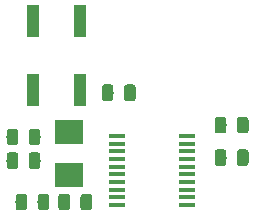
<source format=gbr>
G04 #@! TF.GenerationSoftware,KiCad,Pcbnew,5.1.2*
G04 #@! TF.CreationDate,2019-05-06T18:14:36-05:00*
G04 #@! TF.ProjectId,STM32F030Minimal,53544d33-3246-4303-9330-4d696e696d61,rev?*
G04 #@! TF.SameCoordinates,Original*
G04 #@! TF.FileFunction,Paste,Top*
G04 #@! TF.FilePolarity,Positive*
%FSLAX46Y46*%
G04 Gerber Fmt 4.6, Leading zero omitted, Abs format (unit mm)*
G04 Created by KiCad (PCBNEW 5.1.2) date 2019-05-06 18:14:36*
%MOMM*%
%LPD*%
G04 APERTURE LIST*
%ADD10C,0.100000*%
%ADD11C,0.975000*%
%ADD12R,1.000000X2.800000*%
%ADD13R,1.450000X0.450000*%
%ADD14R,2.400000X2.000000*%
G04 APERTURE END LIST*
D10*
G36*
X150267642Y-67301174D02*
G01*
X150291303Y-67304684D01*
X150314507Y-67310496D01*
X150337029Y-67318554D01*
X150358653Y-67328782D01*
X150379170Y-67341079D01*
X150398383Y-67355329D01*
X150416107Y-67371393D01*
X150432171Y-67389117D01*
X150446421Y-67408330D01*
X150458718Y-67428847D01*
X150468946Y-67450471D01*
X150477004Y-67472993D01*
X150482816Y-67496197D01*
X150486326Y-67519858D01*
X150487500Y-67543750D01*
X150487500Y-68456250D01*
X150486326Y-68480142D01*
X150482816Y-68503803D01*
X150477004Y-68527007D01*
X150468946Y-68549529D01*
X150458718Y-68571153D01*
X150446421Y-68591670D01*
X150432171Y-68610883D01*
X150416107Y-68628607D01*
X150398383Y-68644671D01*
X150379170Y-68658921D01*
X150358653Y-68671218D01*
X150337029Y-68681446D01*
X150314507Y-68689504D01*
X150291303Y-68695316D01*
X150267642Y-68698826D01*
X150243750Y-68700000D01*
X149756250Y-68700000D01*
X149732358Y-68698826D01*
X149708697Y-68695316D01*
X149685493Y-68689504D01*
X149662971Y-68681446D01*
X149641347Y-68671218D01*
X149620830Y-68658921D01*
X149601617Y-68644671D01*
X149583893Y-68628607D01*
X149567829Y-68610883D01*
X149553579Y-68591670D01*
X149541282Y-68571153D01*
X149531054Y-68549529D01*
X149522996Y-68527007D01*
X149517184Y-68503803D01*
X149513674Y-68480142D01*
X149512500Y-68456250D01*
X149512500Y-67543750D01*
X149513674Y-67519858D01*
X149517184Y-67496197D01*
X149522996Y-67472993D01*
X149531054Y-67450471D01*
X149541282Y-67428847D01*
X149553579Y-67408330D01*
X149567829Y-67389117D01*
X149583893Y-67371393D01*
X149601617Y-67355329D01*
X149620830Y-67341079D01*
X149641347Y-67328782D01*
X149662971Y-67318554D01*
X149685493Y-67310496D01*
X149708697Y-67304684D01*
X149732358Y-67301174D01*
X149756250Y-67300000D01*
X150243750Y-67300000D01*
X150267642Y-67301174D01*
X150267642Y-67301174D01*
G37*
D11*
X150000000Y-68000000D03*
D10*
G36*
X152142642Y-67301174D02*
G01*
X152166303Y-67304684D01*
X152189507Y-67310496D01*
X152212029Y-67318554D01*
X152233653Y-67328782D01*
X152254170Y-67341079D01*
X152273383Y-67355329D01*
X152291107Y-67371393D01*
X152307171Y-67389117D01*
X152321421Y-67408330D01*
X152333718Y-67428847D01*
X152343946Y-67450471D01*
X152352004Y-67472993D01*
X152357816Y-67496197D01*
X152361326Y-67519858D01*
X152362500Y-67543750D01*
X152362500Y-68456250D01*
X152361326Y-68480142D01*
X152357816Y-68503803D01*
X152352004Y-68527007D01*
X152343946Y-68549529D01*
X152333718Y-68571153D01*
X152321421Y-68591670D01*
X152307171Y-68610883D01*
X152291107Y-68628607D01*
X152273383Y-68644671D01*
X152254170Y-68658921D01*
X152233653Y-68671218D01*
X152212029Y-68681446D01*
X152189507Y-68689504D01*
X152166303Y-68695316D01*
X152142642Y-68698826D01*
X152118750Y-68700000D01*
X151631250Y-68700000D01*
X151607358Y-68698826D01*
X151583697Y-68695316D01*
X151560493Y-68689504D01*
X151537971Y-68681446D01*
X151516347Y-68671218D01*
X151495830Y-68658921D01*
X151476617Y-68644671D01*
X151458893Y-68628607D01*
X151442829Y-68610883D01*
X151428579Y-68591670D01*
X151416282Y-68571153D01*
X151406054Y-68549529D01*
X151397996Y-68527007D01*
X151392184Y-68503803D01*
X151388674Y-68480142D01*
X151387500Y-68456250D01*
X151387500Y-67543750D01*
X151388674Y-67519858D01*
X151392184Y-67496197D01*
X151397996Y-67472993D01*
X151406054Y-67450471D01*
X151416282Y-67428847D01*
X151428579Y-67408330D01*
X151442829Y-67389117D01*
X151458893Y-67371393D01*
X151476617Y-67355329D01*
X151495830Y-67341079D01*
X151516347Y-67328782D01*
X151537971Y-67318554D01*
X151560493Y-67310496D01*
X151583697Y-67304684D01*
X151607358Y-67301174D01*
X151631250Y-67300000D01*
X152118750Y-67300000D01*
X152142642Y-67301174D01*
X152142642Y-67301174D01*
G37*
D11*
X151875000Y-68000000D03*
D10*
G36*
X152142642Y-69301174D02*
G01*
X152166303Y-69304684D01*
X152189507Y-69310496D01*
X152212029Y-69318554D01*
X152233653Y-69328782D01*
X152254170Y-69341079D01*
X152273383Y-69355329D01*
X152291107Y-69371393D01*
X152307171Y-69389117D01*
X152321421Y-69408330D01*
X152333718Y-69428847D01*
X152343946Y-69450471D01*
X152352004Y-69472993D01*
X152357816Y-69496197D01*
X152361326Y-69519858D01*
X152362500Y-69543750D01*
X152362500Y-70456250D01*
X152361326Y-70480142D01*
X152357816Y-70503803D01*
X152352004Y-70527007D01*
X152343946Y-70549529D01*
X152333718Y-70571153D01*
X152321421Y-70591670D01*
X152307171Y-70610883D01*
X152291107Y-70628607D01*
X152273383Y-70644671D01*
X152254170Y-70658921D01*
X152233653Y-70671218D01*
X152212029Y-70681446D01*
X152189507Y-70689504D01*
X152166303Y-70695316D01*
X152142642Y-70698826D01*
X152118750Y-70700000D01*
X151631250Y-70700000D01*
X151607358Y-70698826D01*
X151583697Y-70695316D01*
X151560493Y-70689504D01*
X151537971Y-70681446D01*
X151516347Y-70671218D01*
X151495830Y-70658921D01*
X151476617Y-70644671D01*
X151458893Y-70628607D01*
X151442829Y-70610883D01*
X151428579Y-70591670D01*
X151416282Y-70571153D01*
X151406054Y-70549529D01*
X151397996Y-70527007D01*
X151392184Y-70503803D01*
X151388674Y-70480142D01*
X151387500Y-70456250D01*
X151387500Y-69543750D01*
X151388674Y-69519858D01*
X151392184Y-69496197D01*
X151397996Y-69472993D01*
X151406054Y-69450471D01*
X151416282Y-69428847D01*
X151428579Y-69408330D01*
X151442829Y-69389117D01*
X151458893Y-69371393D01*
X151476617Y-69355329D01*
X151495830Y-69341079D01*
X151516347Y-69328782D01*
X151537971Y-69318554D01*
X151560493Y-69310496D01*
X151583697Y-69304684D01*
X151607358Y-69301174D01*
X151631250Y-69300000D01*
X152118750Y-69300000D01*
X152142642Y-69301174D01*
X152142642Y-69301174D01*
G37*
D11*
X151875000Y-70000000D03*
D10*
G36*
X150267642Y-69301174D02*
G01*
X150291303Y-69304684D01*
X150314507Y-69310496D01*
X150337029Y-69318554D01*
X150358653Y-69328782D01*
X150379170Y-69341079D01*
X150398383Y-69355329D01*
X150416107Y-69371393D01*
X150432171Y-69389117D01*
X150446421Y-69408330D01*
X150458718Y-69428847D01*
X150468946Y-69450471D01*
X150477004Y-69472993D01*
X150482816Y-69496197D01*
X150486326Y-69519858D01*
X150487500Y-69543750D01*
X150487500Y-70456250D01*
X150486326Y-70480142D01*
X150482816Y-70503803D01*
X150477004Y-70527007D01*
X150468946Y-70549529D01*
X150458718Y-70571153D01*
X150446421Y-70591670D01*
X150432171Y-70610883D01*
X150416107Y-70628607D01*
X150398383Y-70644671D01*
X150379170Y-70658921D01*
X150358653Y-70671218D01*
X150337029Y-70681446D01*
X150314507Y-70689504D01*
X150291303Y-70695316D01*
X150267642Y-70698826D01*
X150243750Y-70700000D01*
X149756250Y-70700000D01*
X149732358Y-70698826D01*
X149708697Y-70695316D01*
X149685493Y-70689504D01*
X149662971Y-70681446D01*
X149641347Y-70671218D01*
X149620830Y-70658921D01*
X149601617Y-70644671D01*
X149583893Y-70628607D01*
X149567829Y-70610883D01*
X149553579Y-70591670D01*
X149541282Y-70571153D01*
X149531054Y-70549529D01*
X149522996Y-70527007D01*
X149517184Y-70503803D01*
X149513674Y-70480142D01*
X149512500Y-70456250D01*
X149512500Y-69543750D01*
X149513674Y-69519858D01*
X149517184Y-69496197D01*
X149522996Y-69472993D01*
X149531054Y-69450471D01*
X149541282Y-69428847D01*
X149553579Y-69408330D01*
X149567829Y-69389117D01*
X149583893Y-69371393D01*
X149601617Y-69355329D01*
X149620830Y-69341079D01*
X149641347Y-69328782D01*
X149662971Y-69318554D01*
X149685493Y-69310496D01*
X149708697Y-69304684D01*
X149732358Y-69301174D01*
X149756250Y-69300000D01*
X150243750Y-69300000D01*
X150267642Y-69301174D01*
X150267642Y-69301174D01*
G37*
D11*
X150000000Y-70000000D03*
D10*
G36*
X160205142Y-63551174D02*
G01*
X160228803Y-63554684D01*
X160252007Y-63560496D01*
X160274529Y-63568554D01*
X160296153Y-63578782D01*
X160316670Y-63591079D01*
X160335883Y-63605329D01*
X160353607Y-63621393D01*
X160369671Y-63639117D01*
X160383921Y-63658330D01*
X160396218Y-63678847D01*
X160406446Y-63700471D01*
X160414504Y-63722993D01*
X160420316Y-63746197D01*
X160423826Y-63769858D01*
X160425000Y-63793750D01*
X160425000Y-64706250D01*
X160423826Y-64730142D01*
X160420316Y-64753803D01*
X160414504Y-64777007D01*
X160406446Y-64799529D01*
X160396218Y-64821153D01*
X160383921Y-64841670D01*
X160369671Y-64860883D01*
X160353607Y-64878607D01*
X160335883Y-64894671D01*
X160316670Y-64908921D01*
X160296153Y-64921218D01*
X160274529Y-64931446D01*
X160252007Y-64939504D01*
X160228803Y-64945316D01*
X160205142Y-64948826D01*
X160181250Y-64950000D01*
X159693750Y-64950000D01*
X159669858Y-64948826D01*
X159646197Y-64945316D01*
X159622993Y-64939504D01*
X159600471Y-64931446D01*
X159578847Y-64921218D01*
X159558330Y-64908921D01*
X159539117Y-64894671D01*
X159521393Y-64878607D01*
X159505329Y-64860883D01*
X159491079Y-64841670D01*
X159478782Y-64821153D01*
X159468554Y-64799529D01*
X159460496Y-64777007D01*
X159454684Y-64753803D01*
X159451174Y-64730142D01*
X159450000Y-64706250D01*
X159450000Y-63793750D01*
X159451174Y-63769858D01*
X159454684Y-63746197D01*
X159460496Y-63722993D01*
X159468554Y-63700471D01*
X159478782Y-63678847D01*
X159491079Y-63658330D01*
X159505329Y-63639117D01*
X159521393Y-63621393D01*
X159539117Y-63605329D01*
X159558330Y-63591079D01*
X159578847Y-63578782D01*
X159600471Y-63568554D01*
X159622993Y-63560496D01*
X159646197Y-63554684D01*
X159669858Y-63551174D01*
X159693750Y-63550000D01*
X160181250Y-63550000D01*
X160205142Y-63551174D01*
X160205142Y-63551174D01*
G37*
D11*
X159937500Y-64250000D03*
D10*
G36*
X158330142Y-63551174D02*
G01*
X158353803Y-63554684D01*
X158377007Y-63560496D01*
X158399529Y-63568554D01*
X158421153Y-63578782D01*
X158441670Y-63591079D01*
X158460883Y-63605329D01*
X158478607Y-63621393D01*
X158494671Y-63639117D01*
X158508921Y-63658330D01*
X158521218Y-63678847D01*
X158531446Y-63700471D01*
X158539504Y-63722993D01*
X158545316Y-63746197D01*
X158548826Y-63769858D01*
X158550000Y-63793750D01*
X158550000Y-64706250D01*
X158548826Y-64730142D01*
X158545316Y-64753803D01*
X158539504Y-64777007D01*
X158531446Y-64799529D01*
X158521218Y-64821153D01*
X158508921Y-64841670D01*
X158494671Y-64860883D01*
X158478607Y-64878607D01*
X158460883Y-64894671D01*
X158441670Y-64908921D01*
X158421153Y-64921218D01*
X158399529Y-64931446D01*
X158377007Y-64939504D01*
X158353803Y-64945316D01*
X158330142Y-64948826D01*
X158306250Y-64950000D01*
X157818750Y-64950000D01*
X157794858Y-64948826D01*
X157771197Y-64945316D01*
X157747993Y-64939504D01*
X157725471Y-64931446D01*
X157703847Y-64921218D01*
X157683330Y-64908921D01*
X157664117Y-64894671D01*
X157646393Y-64878607D01*
X157630329Y-64860883D01*
X157616079Y-64841670D01*
X157603782Y-64821153D01*
X157593554Y-64799529D01*
X157585496Y-64777007D01*
X157579684Y-64753803D01*
X157576174Y-64730142D01*
X157575000Y-64706250D01*
X157575000Y-63793750D01*
X157576174Y-63769858D01*
X157579684Y-63746197D01*
X157585496Y-63722993D01*
X157593554Y-63700471D01*
X157603782Y-63678847D01*
X157616079Y-63658330D01*
X157630329Y-63639117D01*
X157646393Y-63621393D01*
X157664117Y-63605329D01*
X157683330Y-63591079D01*
X157703847Y-63578782D01*
X157725471Y-63568554D01*
X157747993Y-63560496D01*
X157771197Y-63554684D01*
X157794858Y-63551174D01*
X157818750Y-63550000D01*
X158306250Y-63550000D01*
X158330142Y-63551174D01*
X158330142Y-63551174D01*
G37*
D11*
X158062500Y-64250000D03*
D10*
G36*
X169767642Y-69051174D02*
G01*
X169791303Y-69054684D01*
X169814507Y-69060496D01*
X169837029Y-69068554D01*
X169858653Y-69078782D01*
X169879170Y-69091079D01*
X169898383Y-69105329D01*
X169916107Y-69121393D01*
X169932171Y-69139117D01*
X169946421Y-69158330D01*
X169958718Y-69178847D01*
X169968946Y-69200471D01*
X169977004Y-69222993D01*
X169982816Y-69246197D01*
X169986326Y-69269858D01*
X169987500Y-69293750D01*
X169987500Y-70206250D01*
X169986326Y-70230142D01*
X169982816Y-70253803D01*
X169977004Y-70277007D01*
X169968946Y-70299529D01*
X169958718Y-70321153D01*
X169946421Y-70341670D01*
X169932171Y-70360883D01*
X169916107Y-70378607D01*
X169898383Y-70394671D01*
X169879170Y-70408921D01*
X169858653Y-70421218D01*
X169837029Y-70431446D01*
X169814507Y-70439504D01*
X169791303Y-70445316D01*
X169767642Y-70448826D01*
X169743750Y-70450000D01*
X169256250Y-70450000D01*
X169232358Y-70448826D01*
X169208697Y-70445316D01*
X169185493Y-70439504D01*
X169162971Y-70431446D01*
X169141347Y-70421218D01*
X169120830Y-70408921D01*
X169101617Y-70394671D01*
X169083893Y-70378607D01*
X169067829Y-70360883D01*
X169053579Y-70341670D01*
X169041282Y-70321153D01*
X169031054Y-70299529D01*
X169022996Y-70277007D01*
X169017184Y-70253803D01*
X169013674Y-70230142D01*
X169012500Y-70206250D01*
X169012500Y-69293750D01*
X169013674Y-69269858D01*
X169017184Y-69246197D01*
X169022996Y-69222993D01*
X169031054Y-69200471D01*
X169041282Y-69178847D01*
X169053579Y-69158330D01*
X169067829Y-69139117D01*
X169083893Y-69121393D01*
X169101617Y-69105329D01*
X169120830Y-69091079D01*
X169141347Y-69078782D01*
X169162971Y-69068554D01*
X169185493Y-69060496D01*
X169208697Y-69054684D01*
X169232358Y-69051174D01*
X169256250Y-69050000D01*
X169743750Y-69050000D01*
X169767642Y-69051174D01*
X169767642Y-69051174D01*
G37*
D11*
X169500000Y-69750000D03*
D10*
G36*
X167892642Y-69051174D02*
G01*
X167916303Y-69054684D01*
X167939507Y-69060496D01*
X167962029Y-69068554D01*
X167983653Y-69078782D01*
X168004170Y-69091079D01*
X168023383Y-69105329D01*
X168041107Y-69121393D01*
X168057171Y-69139117D01*
X168071421Y-69158330D01*
X168083718Y-69178847D01*
X168093946Y-69200471D01*
X168102004Y-69222993D01*
X168107816Y-69246197D01*
X168111326Y-69269858D01*
X168112500Y-69293750D01*
X168112500Y-70206250D01*
X168111326Y-70230142D01*
X168107816Y-70253803D01*
X168102004Y-70277007D01*
X168093946Y-70299529D01*
X168083718Y-70321153D01*
X168071421Y-70341670D01*
X168057171Y-70360883D01*
X168041107Y-70378607D01*
X168023383Y-70394671D01*
X168004170Y-70408921D01*
X167983653Y-70421218D01*
X167962029Y-70431446D01*
X167939507Y-70439504D01*
X167916303Y-70445316D01*
X167892642Y-70448826D01*
X167868750Y-70450000D01*
X167381250Y-70450000D01*
X167357358Y-70448826D01*
X167333697Y-70445316D01*
X167310493Y-70439504D01*
X167287971Y-70431446D01*
X167266347Y-70421218D01*
X167245830Y-70408921D01*
X167226617Y-70394671D01*
X167208893Y-70378607D01*
X167192829Y-70360883D01*
X167178579Y-70341670D01*
X167166282Y-70321153D01*
X167156054Y-70299529D01*
X167147996Y-70277007D01*
X167142184Y-70253803D01*
X167138674Y-70230142D01*
X167137500Y-70206250D01*
X167137500Y-69293750D01*
X167138674Y-69269858D01*
X167142184Y-69246197D01*
X167147996Y-69222993D01*
X167156054Y-69200471D01*
X167166282Y-69178847D01*
X167178579Y-69158330D01*
X167192829Y-69139117D01*
X167208893Y-69121393D01*
X167226617Y-69105329D01*
X167245830Y-69091079D01*
X167266347Y-69078782D01*
X167287971Y-69068554D01*
X167310493Y-69060496D01*
X167333697Y-69054684D01*
X167357358Y-69051174D01*
X167381250Y-69050000D01*
X167868750Y-69050000D01*
X167892642Y-69051174D01*
X167892642Y-69051174D01*
G37*
D11*
X167625000Y-69750000D03*
D10*
G36*
X167892642Y-66301174D02*
G01*
X167916303Y-66304684D01*
X167939507Y-66310496D01*
X167962029Y-66318554D01*
X167983653Y-66328782D01*
X168004170Y-66341079D01*
X168023383Y-66355329D01*
X168041107Y-66371393D01*
X168057171Y-66389117D01*
X168071421Y-66408330D01*
X168083718Y-66428847D01*
X168093946Y-66450471D01*
X168102004Y-66472993D01*
X168107816Y-66496197D01*
X168111326Y-66519858D01*
X168112500Y-66543750D01*
X168112500Y-67456250D01*
X168111326Y-67480142D01*
X168107816Y-67503803D01*
X168102004Y-67527007D01*
X168093946Y-67549529D01*
X168083718Y-67571153D01*
X168071421Y-67591670D01*
X168057171Y-67610883D01*
X168041107Y-67628607D01*
X168023383Y-67644671D01*
X168004170Y-67658921D01*
X167983653Y-67671218D01*
X167962029Y-67681446D01*
X167939507Y-67689504D01*
X167916303Y-67695316D01*
X167892642Y-67698826D01*
X167868750Y-67700000D01*
X167381250Y-67700000D01*
X167357358Y-67698826D01*
X167333697Y-67695316D01*
X167310493Y-67689504D01*
X167287971Y-67681446D01*
X167266347Y-67671218D01*
X167245830Y-67658921D01*
X167226617Y-67644671D01*
X167208893Y-67628607D01*
X167192829Y-67610883D01*
X167178579Y-67591670D01*
X167166282Y-67571153D01*
X167156054Y-67549529D01*
X167147996Y-67527007D01*
X167142184Y-67503803D01*
X167138674Y-67480142D01*
X167137500Y-67456250D01*
X167137500Y-66543750D01*
X167138674Y-66519858D01*
X167142184Y-66496197D01*
X167147996Y-66472993D01*
X167156054Y-66450471D01*
X167166282Y-66428847D01*
X167178579Y-66408330D01*
X167192829Y-66389117D01*
X167208893Y-66371393D01*
X167226617Y-66355329D01*
X167245830Y-66341079D01*
X167266347Y-66328782D01*
X167287971Y-66318554D01*
X167310493Y-66310496D01*
X167333697Y-66304684D01*
X167357358Y-66301174D01*
X167381250Y-66300000D01*
X167868750Y-66300000D01*
X167892642Y-66301174D01*
X167892642Y-66301174D01*
G37*
D11*
X167625000Y-67000000D03*
D10*
G36*
X169767642Y-66301174D02*
G01*
X169791303Y-66304684D01*
X169814507Y-66310496D01*
X169837029Y-66318554D01*
X169858653Y-66328782D01*
X169879170Y-66341079D01*
X169898383Y-66355329D01*
X169916107Y-66371393D01*
X169932171Y-66389117D01*
X169946421Y-66408330D01*
X169958718Y-66428847D01*
X169968946Y-66450471D01*
X169977004Y-66472993D01*
X169982816Y-66496197D01*
X169986326Y-66519858D01*
X169987500Y-66543750D01*
X169987500Y-67456250D01*
X169986326Y-67480142D01*
X169982816Y-67503803D01*
X169977004Y-67527007D01*
X169968946Y-67549529D01*
X169958718Y-67571153D01*
X169946421Y-67591670D01*
X169932171Y-67610883D01*
X169916107Y-67628607D01*
X169898383Y-67644671D01*
X169879170Y-67658921D01*
X169858653Y-67671218D01*
X169837029Y-67681446D01*
X169814507Y-67689504D01*
X169791303Y-67695316D01*
X169767642Y-67698826D01*
X169743750Y-67700000D01*
X169256250Y-67700000D01*
X169232358Y-67698826D01*
X169208697Y-67695316D01*
X169185493Y-67689504D01*
X169162971Y-67681446D01*
X169141347Y-67671218D01*
X169120830Y-67658921D01*
X169101617Y-67644671D01*
X169083893Y-67628607D01*
X169067829Y-67610883D01*
X169053579Y-67591670D01*
X169041282Y-67571153D01*
X169031054Y-67549529D01*
X169022996Y-67527007D01*
X169017184Y-67503803D01*
X169013674Y-67480142D01*
X169012500Y-67456250D01*
X169012500Y-66543750D01*
X169013674Y-66519858D01*
X169017184Y-66496197D01*
X169022996Y-66472993D01*
X169031054Y-66450471D01*
X169041282Y-66428847D01*
X169053579Y-66408330D01*
X169067829Y-66389117D01*
X169083893Y-66371393D01*
X169101617Y-66355329D01*
X169120830Y-66341079D01*
X169141347Y-66328782D01*
X169162971Y-66318554D01*
X169185493Y-66310496D01*
X169208697Y-66304684D01*
X169232358Y-66301174D01*
X169256250Y-66300000D01*
X169743750Y-66300000D01*
X169767642Y-66301174D01*
X169767642Y-66301174D01*
G37*
D11*
X169500000Y-67000000D03*
D10*
G36*
X154642642Y-72801174D02*
G01*
X154666303Y-72804684D01*
X154689507Y-72810496D01*
X154712029Y-72818554D01*
X154733653Y-72828782D01*
X154754170Y-72841079D01*
X154773383Y-72855329D01*
X154791107Y-72871393D01*
X154807171Y-72889117D01*
X154821421Y-72908330D01*
X154833718Y-72928847D01*
X154843946Y-72950471D01*
X154852004Y-72972993D01*
X154857816Y-72996197D01*
X154861326Y-73019858D01*
X154862500Y-73043750D01*
X154862500Y-73956250D01*
X154861326Y-73980142D01*
X154857816Y-74003803D01*
X154852004Y-74027007D01*
X154843946Y-74049529D01*
X154833718Y-74071153D01*
X154821421Y-74091670D01*
X154807171Y-74110883D01*
X154791107Y-74128607D01*
X154773383Y-74144671D01*
X154754170Y-74158921D01*
X154733653Y-74171218D01*
X154712029Y-74181446D01*
X154689507Y-74189504D01*
X154666303Y-74195316D01*
X154642642Y-74198826D01*
X154618750Y-74200000D01*
X154131250Y-74200000D01*
X154107358Y-74198826D01*
X154083697Y-74195316D01*
X154060493Y-74189504D01*
X154037971Y-74181446D01*
X154016347Y-74171218D01*
X153995830Y-74158921D01*
X153976617Y-74144671D01*
X153958893Y-74128607D01*
X153942829Y-74110883D01*
X153928579Y-74091670D01*
X153916282Y-74071153D01*
X153906054Y-74049529D01*
X153897996Y-74027007D01*
X153892184Y-74003803D01*
X153888674Y-73980142D01*
X153887500Y-73956250D01*
X153887500Y-73043750D01*
X153888674Y-73019858D01*
X153892184Y-72996197D01*
X153897996Y-72972993D01*
X153906054Y-72950471D01*
X153916282Y-72928847D01*
X153928579Y-72908330D01*
X153942829Y-72889117D01*
X153958893Y-72871393D01*
X153976617Y-72855329D01*
X153995830Y-72841079D01*
X154016347Y-72828782D01*
X154037971Y-72818554D01*
X154060493Y-72810496D01*
X154083697Y-72804684D01*
X154107358Y-72801174D01*
X154131250Y-72800000D01*
X154618750Y-72800000D01*
X154642642Y-72801174D01*
X154642642Y-72801174D01*
G37*
D11*
X154375000Y-73500000D03*
D10*
G36*
X156517642Y-72801174D02*
G01*
X156541303Y-72804684D01*
X156564507Y-72810496D01*
X156587029Y-72818554D01*
X156608653Y-72828782D01*
X156629170Y-72841079D01*
X156648383Y-72855329D01*
X156666107Y-72871393D01*
X156682171Y-72889117D01*
X156696421Y-72908330D01*
X156708718Y-72928847D01*
X156718946Y-72950471D01*
X156727004Y-72972993D01*
X156732816Y-72996197D01*
X156736326Y-73019858D01*
X156737500Y-73043750D01*
X156737500Y-73956250D01*
X156736326Y-73980142D01*
X156732816Y-74003803D01*
X156727004Y-74027007D01*
X156718946Y-74049529D01*
X156708718Y-74071153D01*
X156696421Y-74091670D01*
X156682171Y-74110883D01*
X156666107Y-74128607D01*
X156648383Y-74144671D01*
X156629170Y-74158921D01*
X156608653Y-74171218D01*
X156587029Y-74181446D01*
X156564507Y-74189504D01*
X156541303Y-74195316D01*
X156517642Y-74198826D01*
X156493750Y-74200000D01*
X156006250Y-74200000D01*
X155982358Y-74198826D01*
X155958697Y-74195316D01*
X155935493Y-74189504D01*
X155912971Y-74181446D01*
X155891347Y-74171218D01*
X155870830Y-74158921D01*
X155851617Y-74144671D01*
X155833893Y-74128607D01*
X155817829Y-74110883D01*
X155803579Y-74091670D01*
X155791282Y-74071153D01*
X155781054Y-74049529D01*
X155772996Y-74027007D01*
X155767184Y-74003803D01*
X155763674Y-73980142D01*
X155762500Y-73956250D01*
X155762500Y-73043750D01*
X155763674Y-73019858D01*
X155767184Y-72996197D01*
X155772996Y-72972993D01*
X155781054Y-72950471D01*
X155791282Y-72928847D01*
X155803579Y-72908330D01*
X155817829Y-72889117D01*
X155833893Y-72871393D01*
X155851617Y-72855329D01*
X155870830Y-72841079D01*
X155891347Y-72828782D01*
X155912971Y-72818554D01*
X155935493Y-72810496D01*
X155958697Y-72804684D01*
X155982358Y-72801174D01*
X156006250Y-72800000D01*
X156493750Y-72800000D01*
X156517642Y-72801174D01*
X156517642Y-72801174D01*
G37*
D11*
X156250000Y-73500000D03*
D10*
G36*
X152892642Y-72801174D02*
G01*
X152916303Y-72804684D01*
X152939507Y-72810496D01*
X152962029Y-72818554D01*
X152983653Y-72828782D01*
X153004170Y-72841079D01*
X153023383Y-72855329D01*
X153041107Y-72871393D01*
X153057171Y-72889117D01*
X153071421Y-72908330D01*
X153083718Y-72928847D01*
X153093946Y-72950471D01*
X153102004Y-72972993D01*
X153107816Y-72996197D01*
X153111326Y-73019858D01*
X153112500Y-73043750D01*
X153112500Y-73956250D01*
X153111326Y-73980142D01*
X153107816Y-74003803D01*
X153102004Y-74027007D01*
X153093946Y-74049529D01*
X153083718Y-74071153D01*
X153071421Y-74091670D01*
X153057171Y-74110883D01*
X153041107Y-74128607D01*
X153023383Y-74144671D01*
X153004170Y-74158921D01*
X152983653Y-74171218D01*
X152962029Y-74181446D01*
X152939507Y-74189504D01*
X152916303Y-74195316D01*
X152892642Y-74198826D01*
X152868750Y-74200000D01*
X152381250Y-74200000D01*
X152357358Y-74198826D01*
X152333697Y-74195316D01*
X152310493Y-74189504D01*
X152287971Y-74181446D01*
X152266347Y-74171218D01*
X152245830Y-74158921D01*
X152226617Y-74144671D01*
X152208893Y-74128607D01*
X152192829Y-74110883D01*
X152178579Y-74091670D01*
X152166282Y-74071153D01*
X152156054Y-74049529D01*
X152147996Y-74027007D01*
X152142184Y-74003803D01*
X152138674Y-73980142D01*
X152137500Y-73956250D01*
X152137500Y-73043750D01*
X152138674Y-73019858D01*
X152142184Y-72996197D01*
X152147996Y-72972993D01*
X152156054Y-72950471D01*
X152166282Y-72928847D01*
X152178579Y-72908330D01*
X152192829Y-72889117D01*
X152208893Y-72871393D01*
X152226617Y-72855329D01*
X152245830Y-72841079D01*
X152266347Y-72828782D01*
X152287971Y-72818554D01*
X152310493Y-72810496D01*
X152333697Y-72804684D01*
X152357358Y-72801174D01*
X152381250Y-72800000D01*
X152868750Y-72800000D01*
X152892642Y-72801174D01*
X152892642Y-72801174D01*
G37*
D11*
X152625000Y-73500000D03*
D10*
G36*
X151017642Y-72801174D02*
G01*
X151041303Y-72804684D01*
X151064507Y-72810496D01*
X151087029Y-72818554D01*
X151108653Y-72828782D01*
X151129170Y-72841079D01*
X151148383Y-72855329D01*
X151166107Y-72871393D01*
X151182171Y-72889117D01*
X151196421Y-72908330D01*
X151208718Y-72928847D01*
X151218946Y-72950471D01*
X151227004Y-72972993D01*
X151232816Y-72996197D01*
X151236326Y-73019858D01*
X151237500Y-73043750D01*
X151237500Y-73956250D01*
X151236326Y-73980142D01*
X151232816Y-74003803D01*
X151227004Y-74027007D01*
X151218946Y-74049529D01*
X151208718Y-74071153D01*
X151196421Y-74091670D01*
X151182171Y-74110883D01*
X151166107Y-74128607D01*
X151148383Y-74144671D01*
X151129170Y-74158921D01*
X151108653Y-74171218D01*
X151087029Y-74181446D01*
X151064507Y-74189504D01*
X151041303Y-74195316D01*
X151017642Y-74198826D01*
X150993750Y-74200000D01*
X150506250Y-74200000D01*
X150482358Y-74198826D01*
X150458697Y-74195316D01*
X150435493Y-74189504D01*
X150412971Y-74181446D01*
X150391347Y-74171218D01*
X150370830Y-74158921D01*
X150351617Y-74144671D01*
X150333893Y-74128607D01*
X150317829Y-74110883D01*
X150303579Y-74091670D01*
X150291282Y-74071153D01*
X150281054Y-74049529D01*
X150272996Y-74027007D01*
X150267184Y-74003803D01*
X150263674Y-73980142D01*
X150262500Y-73956250D01*
X150262500Y-73043750D01*
X150263674Y-73019858D01*
X150267184Y-72996197D01*
X150272996Y-72972993D01*
X150281054Y-72950471D01*
X150291282Y-72928847D01*
X150303579Y-72908330D01*
X150317829Y-72889117D01*
X150333893Y-72871393D01*
X150351617Y-72855329D01*
X150370830Y-72841079D01*
X150391347Y-72828782D01*
X150412971Y-72818554D01*
X150435493Y-72810496D01*
X150458697Y-72804684D01*
X150482358Y-72801174D01*
X150506250Y-72800000D01*
X150993750Y-72800000D01*
X151017642Y-72801174D01*
X151017642Y-72801174D01*
G37*
D11*
X150750000Y-73500000D03*
D12*
X155750000Y-58200000D03*
X155750000Y-64000000D03*
X151750000Y-58200000D03*
X151750000Y-64000000D03*
D13*
X158875001Y-67900001D03*
X158875001Y-68550001D03*
X158875001Y-69200001D03*
X158875001Y-69850001D03*
X158875001Y-70500001D03*
X158875001Y-71150001D03*
X158875001Y-71800001D03*
X158875001Y-72450001D03*
X158875001Y-73100001D03*
X158875001Y-73750001D03*
X164775001Y-73750001D03*
X164775001Y-73100001D03*
X164775001Y-72450001D03*
X164775001Y-71800001D03*
X164775001Y-71150001D03*
X164775001Y-70500001D03*
X164775001Y-69850001D03*
X164775001Y-69200001D03*
X164775001Y-68550001D03*
X164775001Y-67900001D03*
D14*
X154750000Y-67550000D03*
X154750000Y-71250000D03*
M02*

</source>
